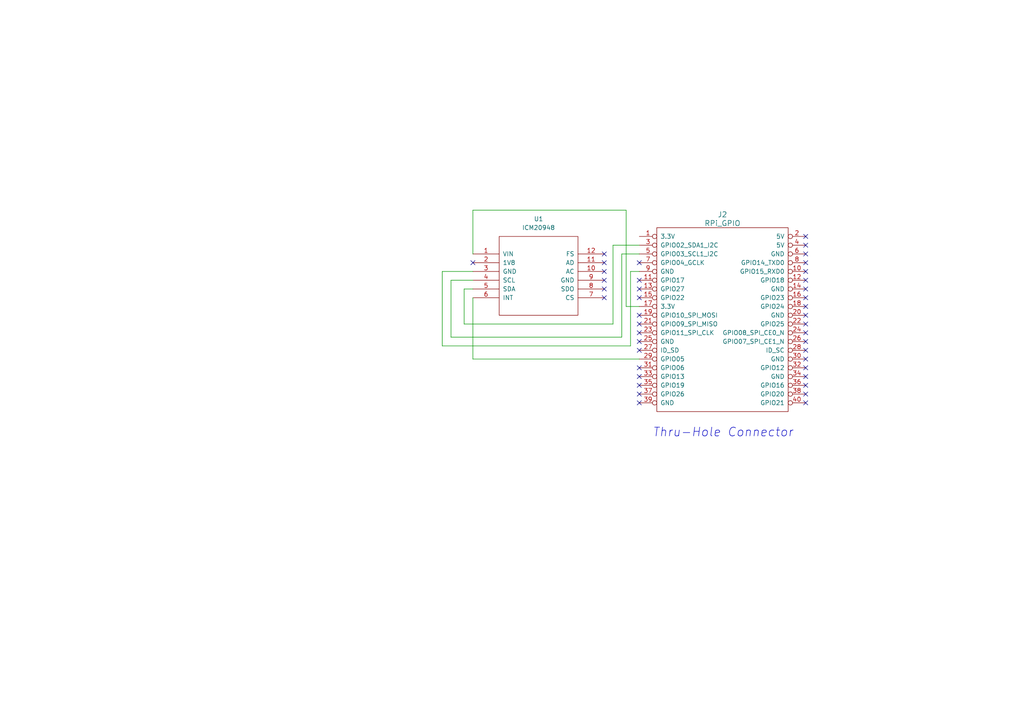
<source format=kicad_sch>
(kicad_sch (version 20231120) (generator "eeschema") (generator_version "8.0")
  (paper "A4")
  (lib_symbols
    (symbol "Connector-ML:RPi_GPIO" (pin_names (offset 1.016))
      (property "Reference" "J" (at 19.05 6.35 0))
      (property "Value" "RPi_GPIO" (at 19.05 3.81 0))
      (symbol "RPi_GPIO_0_1"
        (rectangle (start 0 2.54) (end 38.1 -50.8))
      )
      (symbol "RPi_GPIO_1_1"
        (pin power_in inverted (at -5.08 0 0) (length 5.08) (name "3.3V") (number "1"))
        (pin bidirectional inverted (at 43.18 -10.16 180) (length 5.08) (name "GPIO15_RXD0") (number "10"))
        (pin bidirectional inverted (at -5.08 -12.7 0) (length 5.08) (name "GPIO17") (number "11"))
        (pin bidirectional inverted (at 43.18 -12.7 180) (length 5.08) (name "GPIO18") (number "12"))
        (pin bidirectional inverted (at -5.08 -15.24 0) (length 5.08) (name "GPIO27") (number "13"))
        (pin power_in inverted (at 43.18 -15.24 180) (length 5.08) (name "GND") (number "14"))
        (pin bidirectional inverted (at -5.08 -17.78 0) (length 5.08) (name "GPIO22") (number "15"))
        (pin bidirectional inverted (at 43.18 -17.78 180) (length 5.08) (name "GPIO23") (number "16"))
        (pin power_in inverted (at -5.08 -20.32 0) (length 5.08) (name "3.3V") (number "17"))
        (pin bidirectional inverted (at 43.18 -20.32 180) (length 5.08) (name "GPIO24") (number "18"))
        (pin bidirectional inverted (at -5.08 -22.86 0) (length 5.08) (name "GPIO10_SPI_MOSI") (number "19"))
        (pin power_in inverted (at 43.18 0 180) (length 5.08) (name "5V") (number "2"))
        (pin power_in inverted (at 43.18 -22.86 180) (length 5.08) (name "GND") (number "20"))
        (pin bidirectional inverted (at -5.08 -25.4 0) (length 5.08) (name "GPIO09_SPI_MISO") (number "21"))
        (pin bidirectional inverted (at 43.18 -25.4 180) (length 5.08) (name "GPIO25") (number "22"))
        (pin bidirectional inverted (at -5.08 -27.94 0) (length 5.08) (name "GPIO11_SPI_CLK") (number "23"))
        (pin bidirectional inverted (at 43.18 -27.94 180) (length 5.08) (name "GPIO08_SPI_CE0_N") (number "24"))
        (pin power_in inverted (at -5.08 -30.48 0) (length 5.08) (name "GND") (number "25"))
        (pin bidirectional inverted (at 43.18 -30.48 180) (length 5.08) (name "GPIO07_SPI_CE1_N") (number "26"))
        (pin bidirectional inverted (at -5.08 -33.02 0) (length 5.08) (name "ID_SD") (number "27"))
        (pin bidirectional inverted (at 43.18 -33.02 180) (length 5.08) (name "ID_SC") (number "28"))
        (pin bidirectional inverted (at -5.08 -35.56 0) (length 5.08) (name "GPIO05") (number "29"))
        (pin bidirectional inverted (at -5.08 -2.54 0) (length 5.08) (name "GPIO02_SDA1_I2C") (number "3"))
        (pin power_in inverted (at 43.18 -35.56 180) (length 5.08) (name "GND") (number "30"))
        (pin bidirectional inverted (at -5.08 -38.1 0) (length 5.08) (name "GPIO06") (number "31"))
        (pin bidirectional inverted (at 43.18 -38.1 180) (length 5.08) (name "GPIO12") (number "32"))
        (pin bidirectional inverted (at -5.08 -40.64 0) (length 5.08) (name "GPIO13") (number "33"))
        (pin power_in inverted (at 43.18 -40.64 180) (length 5.08) (name "GND") (number "34"))
        (pin bidirectional inverted (at -5.08 -43.18 0) (length 5.08) (name "GPIO19") (number "35"))
        (pin bidirectional inverted (at 43.18 -43.18 180) (length 5.08) (name "GPIO16") (number "36"))
        (pin bidirectional inverted (at -5.08 -45.72 0) (length 5.08) (name "GPIO26") (number "37"))
        (pin bidirectional inverted (at 43.18 -45.72 180) (length 5.08) (name "GPIO20") (number "38"))
        (pin power_in inverted (at -5.08 -48.26 0) (length 5.08) (name "GND") (number "39"))
        (pin power_in inverted (at 43.18 -2.54 180) (length 5.08) (name "5V") (number "4"))
        (pin bidirectional inverted (at 43.18 -48.26 180) (length 5.08) (name "GPIO21") (number "40"))
        (pin bidirectional inverted (at -5.08 -5.08 0) (length 5.08) (name "GPIO03_SCL1_I2C") (number "5"))
        (pin power_in inverted (at 43.18 -5.08 180) (length 5.08) (name "GND") (number "6"))
        (pin bidirectional inverted (at -5.08 -7.62 0) (length 5.08) (name "GPIO04_GCLK") (number "7"))
        (pin bidirectional inverted (at 43.18 -7.62 180) (length 5.08) (name "GPIO14_TXD0") (number "8"))
        (pin power_in inverted (at -5.08 -10.16 0) (length 5.08) (name "GND") (number "9"))
      )
    )
    (symbol "Cyclops:ICM20948" (pin_names (offset 1.016))
      (property "Reference" "U" (at 0 -2.54 0))
      (property "Value" "ICM20948" (at 0 2.54 0))
      (symbol "ICM20948_1_0"
        (rectangle (start -11.43 -11.43) (end 11.43 11.43))
      )
      (symbol "ICM20948_1_1"
        (pin power_in line (at -19.05 6.35 0) (length 7.62) (name "VIN") (number "1"))
        (pin output line (at 19.05 1.27 180) (length 7.62) (name "AC") (number "10"))
        (pin output line (at 19.05 3.81 180) (length 7.62) (name "AD") (number "11"))
        (pin output line (at 19.05 6.35 180) (length 7.62) (name "FS") (number "12"))
        (pin power_out line (at -19.05 3.81 0) (length 7.62) (name "1V8") (number "2"))
        (pin power_in line (at -19.05 1.27 0) (length 7.62) (name "GND") (number "3"))
        (pin bidirectional line (at -19.05 -1.27 0) (length 7.62) (name "SCL") (number "4"))
        (pin bidirectional line (at -19.05 -3.81 0) (length 7.62) (name "SDA") (number "5"))
        (pin output line (at -19.05 -6.35 0) (length 7.62) (name "INT") (number "6"))
        (pin input line (at 19.05 -6.35 180) (length 7.62) (name "CS") (number "7"))
        (pin bidirectional line (at 19.05 -3.81 180) (length 7.62) (name "SDO") (number "8"))
        (pin power_in line (at 19.05 -1.27 180) (length 7.62) (name "GND") (number "9"))
      )
    )
  )
  (no_connect (at 185.42 109.22))
  (no_connect (at 185.42 114.3))
  (no_connect (at 233.68 73.66))
  (no_connect (at 233.68 91.44))
  (no_connect (at 185.42 83.82))
  (no_connect (at 233.68 106.68))
  (no_connect (at 233.68 86.36))
  (no_connect (at 233.68 114.3))
  (no_connect (at 233.68 104.14))
  (no_connect (at 233.68 93.98))
  (no_connect (at 233.68 76.2))
  (no_connect (at 185.42 96.52))
  (no_connect (at 185.42 101.6))
  (no_connect (at 233.68 71.12))
  (no_connect (at 175.26 78.74))
  (no_connect (at 233.68 78.74))
  (no_connect (at 233.68 109.22))
  (no_connect (at 233.68 111.76))
  (no_connect (at 233.68 99.06))
  (no_connect (at 233.68 116.84))
  (no_connect (at 137.16 76.2))
  (no_connect (at 233.68 96.52))
  (no_connect (at 175.26 86.36))
  (no_connect (at 175.26 81.28))
  (no_connect (at 185.42 81.28))
  (no_connect (at 185.42 116.84))
  (no_connect (at 185.42 76.2))
  (no_connect (at 175.26 83.82))
  (no_connect (at 233.68 83.82))
  (no_connect (at 233.68 68.58))
  (no_connect (at 185.42 91.44))
  (no_connect (at 175.26 73.66))
  (no_connect (at 185.42 86.36))
  (no_connect (at 175.26 76.2))
  (no_connect (at 233.68 88.9))
  (no_connect (at 185.42 99.06))
  (no_connect (at 233.68 101.6))
  (no_connect (at 185.42 111.76))
  (no_connect (at 185.42 106.68))
  (no_connect (at 233.68 81.28))
  (no_connect (at 185.42 93.98))
  (wire (pts (xy 180.34 73.66) (xy 180.34 97.79)))
  (wire (pts (xy 137.16 60.96) (xy 181.61 60.96)))
  (wire (pts (xy 128.27 100.33) (xy 182.88 100.33)))
  (wire (pts (xy 137.16 78.74) (xy 128.27 78.74)))
  (wire (pts (xy 185.42 88.9) (xy 181.61 88.9)))
  (wire (pts (xy 130.81 81.28) (xy 137.16 81.28)))
  (wire (pts (xy 180.34 97.79) (xy 130.81 97.79)))
  (wire (pts (xy 128.27 78.74) (xy 128.27 100.33)))
  (wire (pts (xy 137.16 86.36) (xy 137.16 104.14)))
  (wire (pts (xy 182.88 100.33) (xy 182.88 78.74)))
  (wire (pts (xy 177.8 71.12) (xy 177.8 93.98)))
  (wire (pts (xy 185.42 73.66) (xy 180.34 73.66)))
  (wire (pts (xy 134.62 83.82) (xy 137.16 83.82)))
  (wire (pts (xy 177.8 93.98) (xy 134.62 93.98)))
  (wire (pts (xy 182.88 78.74) (xy 185.42 78.74)))
  (wire (pts (xy 134.62 93.98) (xy 134.62 83.82)))
  (wire (pts (xy 130.81 97.79) (xy 130.81 81.28)))
  (wire (pts (xy 137.16 104.14) (xy 185.42 104.14)))
  (wire (pts (xy 137.16 60.96) (xy 137.16 73.66)))
  (wire (pts (xy 181.61 88.9) (xy 181.61 60.96)))
  (wire (pts (xy 185.42 71.12) (xy 177.8 71.12)))
  (text "Thru-Hole Connector" (at 189.23 127 0) (effects (font (size 2.54 2.54) (italic yes)) (justify left bottom)))
  (symbol (lib_id "Connector-ML:RPi_GPIO") (at 190.5 68.58 0) (unit 1)
    (property "Reference" "J2" (at 209.55 62.23 0) (effects (font (size 1.524 1.524))))
    (property "Value" "RPi_GPIO" (at 209.55 64.77 0) (effects (font (size 1.524 1.524))))
    (property "Footprint" "Connector_PinHeader_2.54mm:PinHeader_2x20_P2.54mm_Vertical" (effects (hide yes)))
  )
  (symbol (lib_id "Cyclops:ICM20948") (at 156.21 80.01 0) (unit 1)
    (property "Reference" "U1" (at 156.21 63.5 0))
    (property "Value" "ICM20948" (at 156.21 66.04 0))
    (property "Footprint" "DIP12:DIP-12_12.6W" (effects (hide yes)))
    (property "Datasheet" "DOCUMENTATION" (effects (hide yes)))
  )
)
</source>
